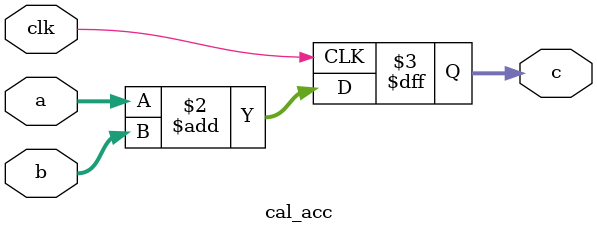
<source format=v>
module cal_acc
(
	input clk,
	input signed [17:0] a,
	input signed [17:0] b,
	output reg signed [17:0] c
);
	always@(posedge clk) begin
		c<=a+b;
	end
endmodule
</source>
